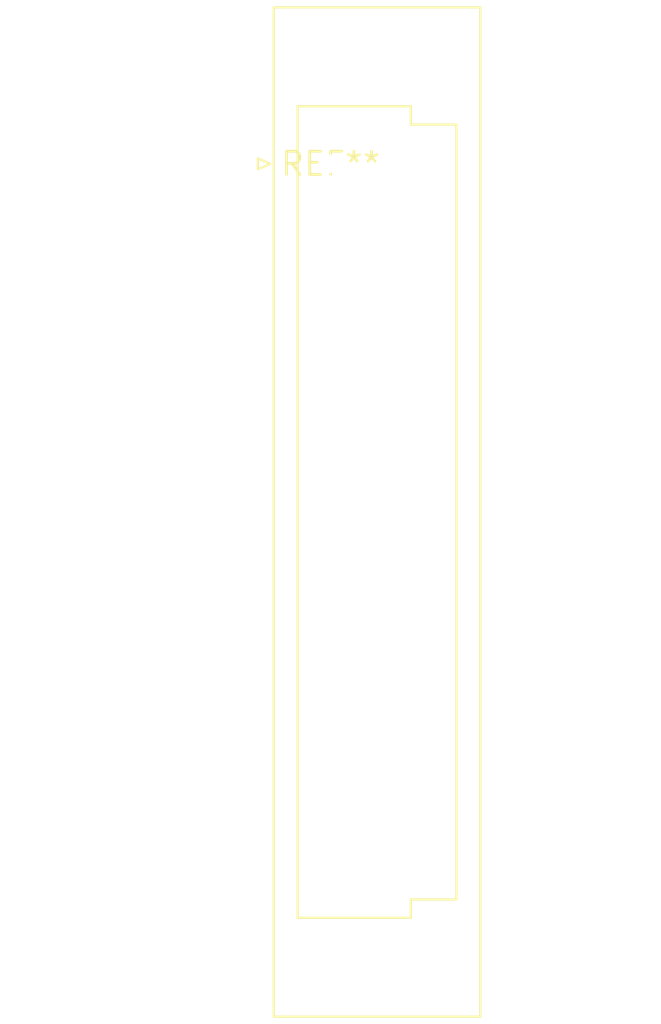
<source format=kicad_pcb>
(kicad_pcb (version 20240108) (generator pcbnew)
  (layers (0 "F.Cu" signal) (31 "B.Cu" signal) (34 "B.Paste" user) (35 "F.Paste" user) (36 "B.SilkS" user "B.Silkscreen") (37 "F.SilkS" user "F.Silkscreen") (38 "B.Mask" user) (39 "F.Mask" user) (44 "Edge.Cuts" user))
  (net 0 "")
  (footprint "DIN41612_R2_2x16_Male_Vertical_THT" (layer "F.Cu") (at 0 0)
    (property "Reference" "REF**")
    (property "Value" "DIN41612_R2_2x16_Male_Vertical_THT")
    (fp_line (start -3.99 -0.3) (end -3.99 0.3) (layer "F.SilkS") (stroke (width 0.12)))
    (fp_line (start -3.99 0.3) (end -3.31 0) (layer "F.SilkS") (stroke (width 0.12)))
    (fp_line (start -3.31 0) (end -3.99 -0.3) (layer "F.SilkS") (stroke (width 0.12)))
    (fp_line (start -3.12 -8.56) (end 8.2 -8.56) (layer "F.SilkS") (stroke (width 0.12)))
    (fp_line (start -3.12 46.66) (end -3.12 -8.56) (layer "F.SilkS") (stroke (width 0.12)))
    (fp_line (start -1.81 -3.15) (end 4.39 -3.15) (layer "F.SilkS") (stroke (width 0.12)))
    (fp_line (start -1.81 41.25) (end -1.81 -3.15) (layer "F.SilkS") (stroke (width 0.12)))
    (fp_line (start 4.39 -3.15) (end 4.39 -2.15) (layer "F.SilkS") (stroke (width 0.12)))
    (fp_line (start 4.39 -2.15) (end 6.89 -2.15) (layer "F.SilkS") (stroke (width 0.12)))
    (fp_line (start 4.39 40.25) (end 4.39 41.25) (layer "F.SilkS") (stroke (width 0.12)))
    (fp_line (start 4.39 41.25) (end -1.81 41.25) (layer "F.SilkS") (stroke (width 0.12)))
    (fp_line (start 6.89 -2.15) (end 6.89 40.25) (layer "F.SilkS") (stroke (width 0.12)))
    (fp_line (start 6.89 40.25) (end 4.39 40.25) (layer "F.SilkS") (stroke (width 0.12)))
    (fp_line (start 8.2 -8.56) (end 8.2 46.66) (layer "F.SilkS") (stroke (width 0.12)))
    (fp_line (start 8.2 46.66) (end -3.12 46.66) (layer "F.SilkS") (stroke (width 0.12)))
    (pad "" np_thru_hole circle (at 2.24 -5.95) (size 2.85 2.85) (drill 2.85) (layers *.Cu *.Mask))
    (pad "" np_thru_hole circle (at 2.24 44.05) (size 2.85 2.85) (drill 2.85) (layers *.Cu *.Mask))
    (pad "a1" thru_hole roundrect (at 0 0) (size 1.55 1.55) (drill 1) (layers *.Cu *.Mask) (remove_unused_layers) (roundrect_rratio 0.16129))
    (pad "a2" thru_hole circle (at 0 2.54) (size 1.55 1.55) (drill 1) (layers *.Cu *.Mask) (remove_unused_layers))
    (pad "a3" thru_hole circle (at 0 5.08) (size 1.55 1.55) (drill 1) (layers *.Cu *.Mask) (remove_unused_layers))
    (pad "a4" thru_hole circle (at 0 7.62) (size 1.55 1.55) (drill 1) (layers *.Cu *.Mask) (remove_unused_layers))
    (pad "a5" thru_hole circle (at 0 10.16) (size 1.55 1.55) (drill 1) (layers *.Cu *.Mask) (remove_unused_layers))
    (pad "a6" thru_hole circle (at 0 12.7) (size 1.55 1.55) (drill 1) (layers *.Cu *.Mask) (remove_unused_layers))
    (pad "a7" thru_hole circle (at 0 15.24) (size 1.55 1.55) (drill 1) (layers *.Cu *.Mask) (remove_unused_layers))
    (pad "a8" thru_hole circle (at 0 17.78) (size 1.55 1.55) (drill 1) (layers *.Cu *.Mask) (remove_unused_layers))
    (pad "a9" thru_hole circle (at 0 20.32) (size 1.55 1.55) (drill 1) (layers *.Cu *.Mask) (remove_unused_layers))
    (pad "a10" thru_hole circle (at 0 22.86) (size 1.55 1.55) (drill 1) (layers *.Cu *.Mask) (remove_unused_layers))
    (pad "a11" thru_hole circle (at 0 25.4) (size 1.55 1.55) (drill 1) (layers *.Cu *.Mask) (remove_unused_layers))
    (pad "a12" thru_hole circle (at 0 27.94) (size 1.55 1.55) (drill 1) (layers *.Cu *.Mask) (remove_unused_layers))
    (pad "a13" thru_hole circle (at 0 30.48) (size 1.55 1.55) (drill 1) (layers *.Cu *.Mask) (remove_unused_layers))
    (pad "a14" thru_hole circle (at 0 33.02) (size 1.55 1.55) (drill 1) (layers *.Cu *.Mask) (remove_unused_layers))
    (pad "a15" thru_hole circle (at 0 35.56) (size 1.55 1.55) (drill 1) (layers *.Cu *.Mask) (remove_unused_layers))
    (pad "a16" thru_hole circle (at 0 38.1) (size 1.55 1.55) (drill 1) (layers *.Cu *.Mask) (remove_unused_layers))
    (pad "c1" thru_hole circle (at 5.08 0) (size 1.55 1.55) (drill 1) (layers *.Cu *.Mask) (remove_unused_layers))
    (pad "c2" thru_hole circle (at 5.08 2.54) (size 1.55 1.55) (drill 1) (layers *.Cu *.Mask) (remove_unused_layers))
    (pad "c3" thru_hole circle (at 5.08 5.08) (size 1.55 1.55) (drill 1) (layers *.Cu *.Mask) (remove_unused_layers))
    (pad "c4" thru_hole circle (at 5.08 7.62) (size 1.55 1.55) (drill 1) (layers *.Cu *.Mask) (remove_unused_layers))
    (pad "c5" thru_hole circle (at 5.08 10.16) (size 1.55 1.55) (drill 1) (layers *.Cu *.Mask) (remove_unused_layers))
    (pad "c6" thru_hole circle (at 5.08 12.7) (size 1.55 1.55) (drill 1) (layers *.Cu *.Mask) (remove_unused_layers))
    (pad "c7" thru_hole circle (at 5.08 15.24) (size 1.55 1.55) (drill 1) (layers *.Cu *.Mask) (remove_unused_layers))
    (pad "c8" thru_hole circle (at 5.08 17.78) (size 1.55 1.55) (drill 1) (layers *.Cu *.Mask) (remove_unused_layers))
    (pad "c9" thru_hole circle (at 5.08 20.32) (size 1.55 1.55) (drill 1) (layers *.Cu *.Mask) (remove_unused_layers))
    (pad "c10" thru_hole circle (at 5.08 22.86) (size 1.55 1.55) (drill 1) (layers *.Cu *.Mask) (remove_unused_layers))
    (pad "c11" thru_hole circle (at 5.08 25.4) (size 1.55 1.55) (drill 1) (layers *.Cu *.Mask) (remove_unused_layers))
    (pad "c12" thru_hole circle (at 5.08 27.94) (size 1.55 1.55) (drill 1) (layers *.Cu *.Mask) (remove_unused_layers))
    (pad "c13" thru_hole circle (at 5.08 30.48) (size 1.55 1.55) (drill 1) (layers *.Cu *.Mask) (remove_unused_layers))
    (pad "c14" thru_hole circle (at 5.08 33.02) (size 1.55 1.55) (drill 1) (layers *.Cu *.Mask) (remove_unused_layers))
    (pad "c15" thru_hole circle (at 5.08 35.56) (size 1.55 1.55) (drill 1) (layers *.Cu *.Mask) (remove_unused_layers))
    (pad "c16" thru_hole circle (at 5.08 38.1) (size 1.55 1.55) (drill 1) (layers *.Cu *.Mask) (remove_unused_layers))
  )
)
</source>
